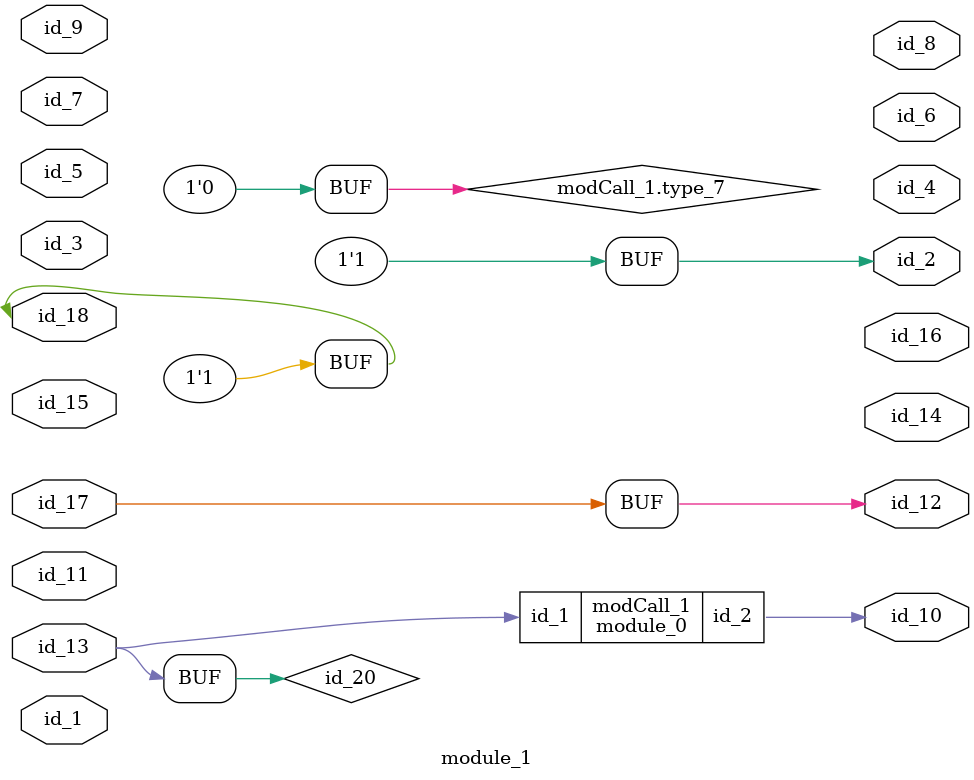
<source format=v>
module module_0 (
    id_1,
    id_2
);
  output wire id_2;
  input wire id_1;
  assign id_2 = id_1;
  assign id_2 = id_1;
  wire id_3;
  wand id_4 = 1;
  wire id_5;
endmodule
module module_1 (
    id_1,
    id_2,
    id_3,
    id_4,
    id_5,
    id_6,
    id_7,
    id_8,
    id_9,
    id_10,
    id_11,
    id_12,
    id_13,
    id_14,
    id_15,
    id_16,
    id_17,
    id_18
);
  inout wire id_18;
  input wire id_17;
  output wire id_16;
  inout wire id_15;
  output wire id_14;
  inout wire id_13;
  output wire id_12;
  input wire id_11;
  output wire id_10;
  inout wire id_9;
  output wire id_8;
  inout wire id_7;
  output wire id_6;
  inout wire id_5;
  output wire id_4;
  input wire id_3;
  output wire id_2;
  inout wire id_1;
  wire id_19;
  always @(1 or 1) begin : LABEL_0
    id_18 <= 1;
    id_12 <= id_17;
    if (id_15) id_15 <= id_18 >= id_9;
    else id_2 = (1);
  end
  wire id_20 = id_13;
  module_0 modCall_1 (
      id_20,
      id_10
  );
  assign modCall_1.type_7 = 0;
endmodule

</source>
